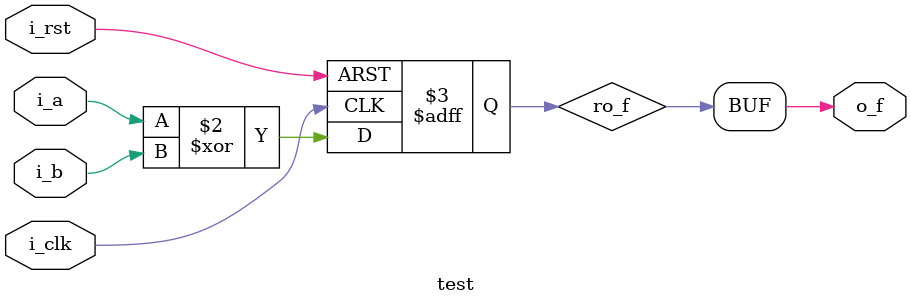
<source format=v>
module test(
    input i_clk,
    input i_rst,
    input i_a,
    input i_b,
    output o_f
);
reg ro_f;
assign o_f = ro_f;
always@(posedge i_clk or posedge i_rst)
begin
    if(i_rst)
        ro_f <= 1;
    else
        ro_f <= i_a ^ i_b;
end
endmodule

</source>
